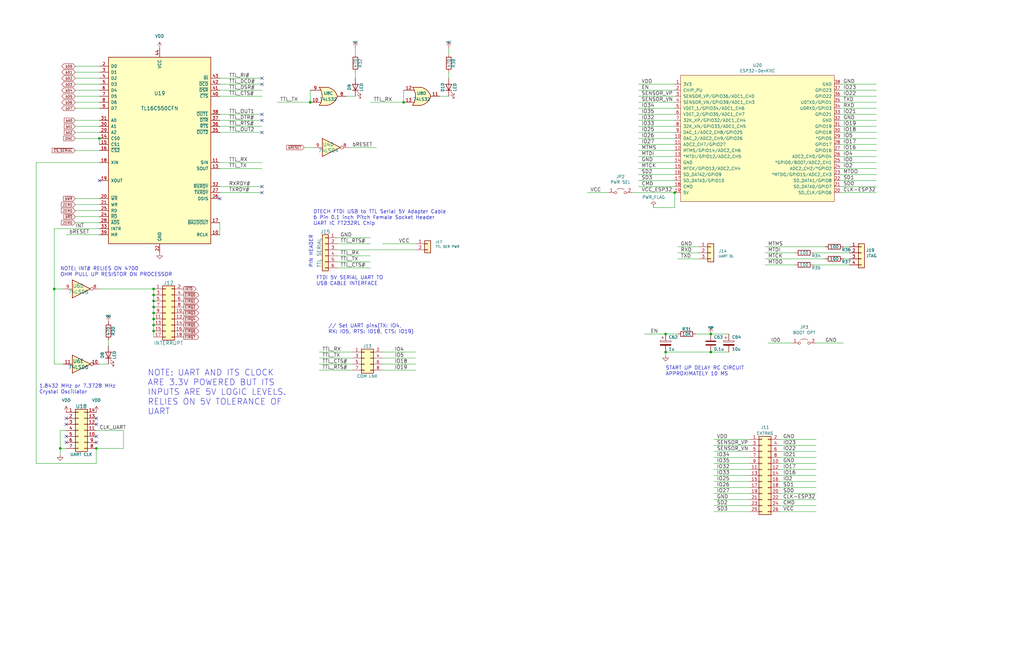
<source format=kicad_sch>
(kicad_sch (version 20211123) (generator eeschema)
  (paper "B")
  (junction (at 64.77 121.92))
  (junction (at 25.4 189.23))
  (junction (at 64.77 139.7))
  (junction (at 130.81 43.18))
  (junction (at 41.91 58.42))
  (junction (at 64.77 132.08))
  (junction (at 22.86 121.92))
  (junction (at 284.48 81.28))
  (junction (at 64.77 127))
  (junction (at 280.67 140.97))
  (junction (at 40.64 189.23))
  (junction (at 299.72 140.97))
  (junction (at 170.18 43.18))
  (junction (at 64.77 124.46))
  (junction (at 299.72 148.59))
  (junction (at 64.77 137.16))
  (junction (at 64.77 129.54))
  (junction (at 64.77 134.62))
  (junction (at 280.67 148.59))
  (no_connect (at 110.49 78.74))
  (no_connect (at 40.64 186.69))
  (no_connect (at 27.94 184.15))
  (no_connect (at 110.49 35.56))
  (no_connect (at 110.49 55.88))
  (no_connect (at 92.71 83.82))
  (no_connect (at 27.94 186.69))
  (no_connect (at 110.49 48.26))
  (no_connect (at 40.64 176.53))
  (no_connect (at 110.49 81.28))
  (no_connect (at 110.49 33.02))
  (no_connect (at 27.94 176.53))
  (no_connect (at 40.64 184.15))
  (no_connect (at 40.64 179.07))
  (no_connect (at 27.94 179.07))
  (no_connect (at 41.91 76.2))
  (no_connect (at 110.49 50.8))
  (wire (pts (xy 31.75 45.72) (xy 41.91 45.72)))
  (wire (pts (xy 300.99 187.96) (xy 316.23 187.96)))
  (wire (pts (xy 22.86 96.52) (xy 41.91 96.52)))
  (wire (pts (xy 92.71 38.1) (xy 110.49 38.1)))
  (wire (pts (xy 269.24 68.58) (xy 284.48 68.58)))
  (wire (pts (xy 354.33 45.72) (xy 369.57 45.72)))
  (wire (pts (xy 156.21 43.18) (xy 170.18 43.18)))
  (wire (pts (xy 269.24 45.72) (xy 284.48 45.72)))
  (wire (pts (xy 31.75 50.8) (xy 41.91 50.8)))
  (wire (pts (xy 269.24 60.96) (xy 284.48 60.96)))
  (wire (pts (xy 342.9 106.68) (xy 358.14 106.68)))
  (wire (pts (xy 322.58 104.14) (xy 347.98 104.14)))
  (wire (pts (xy 31.75 30.48) (xy 41.91 30.48)))
  (wire (pts (xy 25.4 191.77) (xy 25.4 189.23)))
  (wire (pts (xy 354.33 71.12) (xy 369.57 71.12)))
  (wire (pts (xy 354.33 48.26) (xy 369.57 48.26)))
  (wire (pts (xy 92.71 99.06) (xy 92.71 93.98)))
  (wire (pts (xy 269.24 35.56) (xy 284.48 35.56)))
  (wire (pts (xy 41.91 153.67) (xy 45.72 153.67)))
  (wire (pts (xy 269.24 78.74) (xy 284.48 78.74)))
  (wire (pts (xy 269.24 40.64) (xy 284.48 40.64)))
  (wire (pts (xy 284.48 81.28) (xy 284.48 87.63)))
  (wire (pts (xy 31.75 63.5) (xy 41.91 63.5)))
  (wire (pts (xy 156.21 107.95) (xy 142.24 107.95)))
  (wire (pts (xy 300.99 185.42) (xy 316.23 185.42)))
  (wire (pts (xy 64.77 142.24) (xy 64.77 139.7)))
  (wire (pts (xy 92.71 71.12) (xy 110.49 71.12)))
  (wire (pts (xy 269.24 63.5) (xy 284.48 63.5)))
  (wire (pts (xy 31.75 83.82) (xy 41.91 83.82)))
  (wire (pts (xy 40.64 181.61) (xy 52.07 181.61)))
  (wire (pts (xy 142.24 105.41) (xy 175.26 105.41)))
  (wire (pts (xy 280.67 140.97) (xy 285.75 140.97)))
  (wire (pts (xy 280.67 148.59) (xy 280.67 149.86)))
  (wire (pts (xy 271.78 140.97) (xy 280.67 140.97)))
  (wire (pts (xy 64.77 134.62) (xy 64.77 132.08)))
  (wire (pts (xy 285.75 104.14) (xy 294.64 104.14)))
  (wire (pts (xy 269.24 71.12) (xy 284.48 71.12)))
  (wire (pts (xy 134.62 156.21) (xy 148.59 156.21)))
  (wire (pts (xy 328.93 195.58) (xy 344.17 195.58)))
  (wire (pts (xy 142.24 113.03) (xy 156.21 113.03)))
  (wire (pts (xy 354.33 66.04) (xy 369.57 66.04)))
  (wire (pts (xy 300.99 190.5) (xy 316.23 190.5)))
  (wire (pts (xy 300.99 205.74) (xy 316.23 205.74)))
  (wire (pts (xy 300.99 210.82) (xy 316.23 210.82)))
  (wire (pts (xy 300.99 193.04) (xy 316.23 193.04)))
  (wire (pts (xy 354.33 53.34) (xy 369.57 53.34)))
  (wire (pts (xy 116.84 43.18) (xy 130.81 43.18)))
  (wire (pts (xy 161.29 151.13) (xy 175.26 151.13)))
  (wire (pts (xy 31.75 35.56) (xy 41.91 35.56)))
  (wire (pts (xy 40.64 195.58) (xy 40.64 189.23)))
  (wire (pts (xy 31.75 93.98) (xy 41.91 93.98)))
  (wire (pts (xy 354.33 63.5) (xy 369.57 63.5)))
  (wire (pts (xy 269.24 50.8) (xy 284.48 50.8)))
  (wire (pts (xy 354.33 68.58) (xy 369.57 68.58)))
  (wire (pts (xy 134.62 153.67) (xy 148.59 153.67)))
  (wire (pts (xy 354.33 50.8) (xy 369.57 50.8)))
  (wire (pts (xy 189.23 20.32) (xy 189.23 22.86)))
  (wire (pts (xy 22.86 96.52) (xy 22.86 121.92)))
  (wire (pts (xy 185.42 40.64) (xy 189.23 40.64)))
  (wire (pts (xy 269.24 76.2) (xy 284.48 76.2)))
  (wire (pts (xy 300.99 208.28) (xy 316.23 208.28)))
  (wire (pts (xy 22.86 121.92) (xy 26.67 121.92)))
  (wire (pts (xy 64.77 129.54) (xy 64.77 127)))
  (wire (pts (xy 300.99 198.12) (xy 316.23 198.12)))
  (wire (pts (xy 15.24 195.58) (xy 40.64 195.58)))
  (wire (pts (xy 269.24 58.42) (xy 284.48 58.42)))
  (wire (pts (xy 269.24 55.88) (xy 284.48 55.88)))
  (wire (pts (xy 161.29 153.67) (xy 175.26 153.67)))
  (wire (pts (xy 92.71 68.58) (xy 110.49 68.58)))
  (wire (pts (xy 293.37 140.97) (xy 299.72 140.97)))
  (wire (pts (xy 27.94 99.06) (xy 41.91 99.06)))
  (wire (pts (xy 323.85 144.78) (xy 334.01 144.78)))
  (wire (pts (xy 269.24 38.1) (xy 284.48 38.1)))
  (wire (pts (xy 92.71 50.8) (xy 110.49 50.8)))
  (wire (pts (xy 299.72 148.59) (xy 307.34 148.59)))
  (wire (pts (xy 161.29 148.59) (xy 175.26 148.59)))
  (wire (pts (xy 64.77 124.46) (xy 64.77 121.92)))
  (wire (pts (xy 300.99 195.58) (xy 316.23 195.58)))
  (wire (pts (xy 269.24 48.26) (xy 284.48 48.26)))
  (wire (pts (xy 130.81 38.1) (xy 130.81 43.18)))
  (wire (pts (xy 269.24 73.66) (xy 284.48 73.66)))
  (wire (pts (xy 300.99 200.66) (xy 316.23 200.66)))
  (wire (pts (xy 92.71 81.28) (xy 110.49 81.28)))
  (wire (pts (xy 300.99 215.9) (xy 316.23 215.9)))
  (wire (pts (xy 31.75 91.44) (xy 41.91 91.44)))
  (wire (pts (xy 328.93 203.2) (xy 344.17 203.2)))
  (wire (pts (xy 328.93 193.04) (xy 344.17 193.04)))
  (wire (pts (xy 354.33 60.96) (xy 369.57 60.96)))
  (wire (pts (xy 175.26 102.87) (xy 161.29 102.87)))
  (wire (pts (xy 285.75 109.22) (xy 294.64 109.22)))
  (wire (pts (xy 52.07 181.61) (xy 52.07 189.23)))
  (wire (pts (xy 149.86 30.48) (xy 149.86 33.02)))
  (wire (pts (xy 161.29 156.21) (xy 175.26 156.21)))
  (wire (pts (xy 328.93 208.28) (xy 344.17 208.28)))
  (wire (pts (xy 27.94 181.61) (xy 25.4 181.61)))
  (wire (pts (xy 269.24 43.18) (xy 284.48 43.18)))
  (wire (pts (xy 31.75 53.34) (xy 41.91 53.34)))
  (wire (pts (xy 328.93 187.96) (xy 344.17 187.96)))
  (wire (pts (xy 40.64 189.23) (xy 52.07 189.23)))
  (wire (pts (xy 92.71 33.02) (xy 110.49 33.02)))
  (wire (pts (xy 92.71 35.56) (xy 110.49 35.56)))
  (wire (pts (xy 92.71 40.64) (xy 110.49 40.64)))
  (wire (pts (xy 41.91 121.92) (xy 64.77 121.92)))
  (wire (pts (xy 31.75 88.9) (xy 41.91 88.9)))
  (wire (pts (xy 328.93 205.74) (xy 344.17 205.74)))
  (wire (pts (xy 170.18 43.18) (xy 170.18 38.1)))
  (wire (pts (xy 328.93 210.82) (xy 344.17 210.82)))
  (wire (pts (xy 280.67 148.59) (xy 299.72 148.59)))
  (wire (pts (xy 134.62 151.13) (xy 148.59 151.13)))
  (wire (pts (xy 92.71 53.34) (xy 110.49 53.34)))
  (wire (pts (xy 22.86 153.67) (xy 26.67 153.67)))
  (wire (pts (xy 31.75 27.94) (xy 41.91 27.94)))
  (wire (pts (xy 269.24 53.34) (xy 284.48 53.34)))
  (wire (pts (xy 156.21 102.87) (xy 142.24 102.87)))
  (wire (pts (xy 266.7 81.28) (xy 284.48 81.28)))
  (wire (pts (xy 354.33 81.28) (xy 369.57 81.28)))
  (wire (pts (xy 64.77 137.16) (xy 64.77 134.62)))
  (wire (pts (xy 64.77 139.7) (xy 64.77 137.16)))
  (wire (pts (xy 354.33 78.74) (xy 369.57 78.74)))
  (wire (pts (xy 322.58 106.68) (xy 335.28 106.68)))
  (wire (pts (xy 156.21 110.49) (xy 142.24 110.49)))
  (wire (pts (xy 15.24 68.58) (xy 15.24 195.58)))
  (wire (pts (xy 342.9 111.76) (xy 358.14 111.76)))
  (wire (pts (xy 128.27 62.23) (xy 132.08 62.23)))
  (wire (pts (xy 284.48 87.63) (xy 275.59 87.63)))
  (wire (pts (xy 307.34 140.97) (xy 299.72 140.97)))
  (wire (pts (xy 269.24 66.04) (xy 284.48 66.04)))
  (wire (pts (xy 354.33 43.18) (xy 369.57 43.18)))
  (wire (pts (xy 147.32 62.23) (xy 158.75 62.23)))
  (wire (pts (xy 354.33 73.66) (xy 369.57 73.66)))
  (wire (pts (xy 25.4 181.61) (xy 25.4 189.23)))
  (wire (pts (xy 354.33 35.56) (xy 369.57 35.56)))
  (wire (pts (xy 92.71 48.26) (xy 110.49 48.26)))
  (wire (pts (xy 322.58 111.76) (xy 335.28 111.76)))
  (wire (pts (xy 41.91 60.96) (xy 41.91 58.42)))
  (wire (pts (xy 189.23 30.48) (xy 189.23 33.02)))
  (wire (pts (xy 64.77 132.08) (xy 64.77 129.54)))
  (wire (pts (xy 355.6 104.14) (xy 358.14 104.14)))
  (wire (pts (xy 322.58 109.22) (xy 347.98 109.22)))
  (wire (pts (xy 328.93 198.12) (xy 344.17 198.12)))
  (wire (pts (xy 156.21 100.33) (xy 142.24 100.33)))
  (wire (pts (xy 45.72 143.51) (xy 45.72 146.05)))
  (wire (pts (xy 31.75 43.18) (xy 41.91 43.18)))
  (wire (pts (xy 285.75 106.68) (xy 294.64 106.68)))
  (wire (pts (xy 354.33 76.2) (xy 369.57 76.2)))
  (wire (pts (xy 328.93 200.66) (xy 344.17 200.66)))
  (wire (pts (xy 328.93 213.36) (xy 344.17 213.36)))
  (wire (pts (xy 31.75 40.64) (xy 41.91 40.64)))
  (wire (pts (xy 31.75 58.42) (xy 41.91 58.42)))
  (wire (pts (xy 92.71 78.74) (xy 110.49 78.74)))
  (wire (pts (xy 22.86 121.92) (xy 22.86 153.67)))
  (wire (pts (xy 300.99 213.36) (xy 316.23 213.36)))
  (wire (pts (xy 354.33 40.64) (xy 369.57 40.64)))
  (wire (pts (xy 328.93 215.9) (xy 344.17 215.9)))
  (wire (pts (xy 64.77 127) (xy 64.77 124.46)))
  (wire (pts (xy 354.33 58.42) (xy 369.57 58.42)))
  (wire (pts (xy 31.75 55.88) (xy 41.91 55.88)))
  (wire (pts (xy 328.93 185.42) (xy 344.17 185.42)))
  (wire (pts (xy 354.33 38.1) (xy 369.57 38.1)))
  (wire (pts (xy 344.17 144.78) (xy 355.6 144.78)))
  (wire (pts (xy 134.62 148.59) (xy 148.59 148.59)))
  (wire (pts (xy 300.99 203.2) (xy 316.23 203.2)))
  (wire (pts (xy 25.4 189.23) (xy 27.94 189.23)))
  (wire (pts (xy 41.91 68.58) (xy 15.24 68.58)))
  (wire (pts (xy 149.86 20.32) (xy 149.86 22.86)))
  (wire (pts (xy 247.65 81.28) (xy 256.54 81.28)))
  (wire (pts (xy 92.71 55.88) (xy 110.49 55.88)))
  (wire (pts (xy 355.6 109.22) (xy 358.14 109.22)))
  (wire (pts (xy 31.75 38.1) (xy 41.91 38.1)))
  (wire (pts (xy 31.75 86.36) (xy 41.91 86.36)))
  (wire (pts (xy 146.05 40.64) (xy 149.86 40.64)))
  (wire (pts (xy 31.75 33.02) (xy 41.91 33.02)))
  (wire (pts (xy 354.33 55.88) (xy 369.57 55.88)))
  (wire (pts (xy 328.93 190.5) (xy 344.17 190.5)))
  (text "1.8432 MHz or 7.3728 MHz\nCrystal Oscillator" (at 16.51 166.37 0) (effects (font (size 1.524 1.524)) (justify left bottom)))
  (text "START UP DELAY RC CIRCUIT\nAPPROXIMATELY 10 MS" (at 280.67 158.75 0) (effects (font (size 1.524 1.524)) (justify left bottom)))
  (text "FTDI 5V SERIAL UART TO\nUSB CABLE INTERFACE" (at 133.35 120.65 0) (effects (font (size 1.524 1.524)) (justify left bottom)))
  (text "// Set UART pins(TX: IO4, \nRX: IO5, RTS: IO18, CTS: IO19)" (at 138.43 140.97 0) (effects (font (size 1.524 1.524)) (justify left bottom)))
  (text "NOTE: INT# RELIES ON 4700 \nOHM PULL UP RESISTOR ON PROCESSOR" (at 25.4 116.84 0) (effects (font (size 1.524 1.524)) (justify left bottom)))
  (text "DTECH FTDI USB to TTL Serial 5V Adapter Cable \n6 Pin 0.1 inch Pitch Female Socket Header \nUART IC FT232RL Chip" (at 132.08 95.25 0) (effects (font (size 1.524 1.524)) (justify left bottom)))
  (text "PIN HEADER" (at 132.08 113.03 90) (effects (font (size 1.524 1.524)) (justify left bottom)))
  (text "NOTE: UART AND ITS CLOCK\nARE 3.3V POWERED BUT ITS\nINPUTS ARE 5V LOGIC LEVELS.\nRELIES ON 5V TOLERANCE OF\nUART\n" (at 62.23 175.26 0) (effects (font (size 2.54 2.54)) (justify left bottom)))
  (label "IO4" (at 355.6 66.04 0) (effects (font (size 1.524 1.524))))
  (label "IO27" (at 270.51 60.96 0) (effects (font (size 1.524 1.524))))
  (label "VCC" (at 172.72 102.87 180) (effects (font (size 1.524 1.524))))
  (label "SD3" (at 302.26 215.9 0) (effects (font (size 1.524 1.524))))
  (label "TTL_TX" (at 96.52 71.12 0) (effects (font (size 1.524 1.524))))
  (label "MTDO" (at 355.6 73.66 0) (effects (font (size 1.524 1.524))))
  (label "TXD" (at 287.02 109.22 0) (effects (font (size 1.524 1.524))))
  (label "IO27" (at 302.26 208.28 0) (effects (font (size 1.524 1.524))))
  (label "TXRDY#" (at 96.52 81.28 0) (effects (font (size 1.524 1.524))))
  (label "INT" (at 31.75 96.52 0) (effects (font (size 1.524 1.524))))
  (label "IO35" (at 302.26 195.58 0) (effects (font (size 1.524 1.524))))
  (label "IO34" (at 302.26 193.04 0) (effects (font (size 1.524 1.524))))
  (label "CLK-ESP32" (at 330.2 210.82 0) (effects (font (size 1.524 1.524))))
  (label "EN" (at 270.51 38.1 0) (effects (font (size 1.524 1.524))))
  (label "TTL_TX" (at 135.89 151.13 0) (effects (font (size 1.524 1.524))))
  (label "SD3" (at 270.51 76.2 0) (effects (font (size 1.524 1.524))))
  (label "TTL_RTS#" (at 96.52 53.34 0) (effects (font (size 1.524 1.524))))
  (label "IO16" (at 330.2 200.66 0) (effects (font (size 1.524 1.524))))
  (label "IO22" (at 355.6 40.64 0) (effects (font (size 1.524 1.524))))
  (label "IO16" (at 355.6 63.5 0) (effects (font (size 1.524 1.524))))
  (label "CMD" (at 330.2 213.36 0) (effects (font (size 1.524 1.524))))
  (label "GND" (at 330.2 185.42 0) (effects (font (size 1.524 1.524))))
  (label "IO34" (at 270.51 45.72 0) (effects (font (size 1.524 1.524))))
  (label "TTL_DTR#" (at 96.52 50.8 0) (effects (font (size 1.524 1.524))))
  (label "TTL_RX" (at 135.89 148.59 0) (effects (font (size 1.524 1.524))))
  (label "IO4" (at 166.37 148.59 0) (effects (font (size 1.524 1.524))))
  (label "GND" (at 330.2 195.58 0) (effects (font (size 1.524 1.524))))
  (label "CLK_UART" (at 41.91 181.61 0) (effects (font (size 1.524 1.524))))
  (label "IO23" (at 330.2 187.96 0) (effects (font (size 1.524 1.524))))
  (label "SENSOR_VN" (at 302.26 190.5 0) (effects (font (size 1.524 1.524))))
  (label "VCC_ESP32" (at 270.51 81.28 0) (effects (font (size 1.524 1.524))))
  (label "CLK-ESP32" (at 355.6 81.28 0) (effects (font (size 1.524 1.524))))
  (label "SD1" (at 355.6 76.2 0) (effects (font (size 1.524 1.524))))
  (label "GND" (at 143.51 100.33 0) (effects (font (size 1.524 1.524))))
  (label "CMD" (at 270.51 78.74 0) (effects (font (size 1.524 1.524))))
  (label "IO2" (at 355.6 71.12 0) (effects (font (size 1.524 1.524))))
  (label "TTL_RTS#" (at 135.89 156.21 0) (effects (font (size 1.524 1.524))))
  (label "GND" (at 355.6 50.8 0) (effects (font (size 1.524 1.524))))
  (label "MTCK" (at 323.85 109.22 0) (effects (font (size 1.524 1.524))))
  (label "TTL_RX" (at 143.51 107.95 0) (effects (font (size 1.524 1.524))))
  (label "TTL_TX" (at 118.11 43.18 0) (effects (font (size 1.524 1.524))))
  (label "GND" (at 287.02 104.14 0) (effects (font (size 1.524 1.524))))
  (label "IO35" (at 270.51 48.26 0) (effects (font (size 1.524 1.524))))
  (label "TTL_DSR#" (at 96.52 38.1 0) (effects (font (size 1.524 1.524))))
  (label "TXD" (at 355.6 43.18 0) (effects (font (size 1.524 1.524))))
  (label "SD2" (at 270.51 73.66 0) (effects (font (size 1.524 1.524))))
  (label "VCC" (at 248.92 81.28 0) (effects (font (size 1.524 1.524))))
  (label "MTDI" (at 270.51 66.04 0) (effects (font (size 1.524 1.524))))
  (label "IO0" (at 355.6 68.58 0) (effects (font (size 1.524 1.524))))
  (label "SENSOR_VP" (at 270.51 40.64 0) (effects (font (size 1.524 1.524))))
  (label "TTL_OUT2" (at 96.52 55.88 0) (effects (font (size 1.524 1.524))))
  (label "EN" (at 274.32 140.97 0) (effects (font (size 1.524 1.524))))
  (label "TTL_RX" (at 96.52 68.58 0) (effects (font (size 1.524 1.524))))
  (label "TTL_TX" (at 143.51 110.49 0) (effects (font (size 1.524 1.524))))
  (label "MTCK" (at 270.51 71.12 0) (effects (font (size 1.524 1.524))))
  (label "IO26" (at 302.26 205.74 0) (effects (font (size 1.524 1.524))))
  (label "TTL_OUT1" (at 96.52 48.26 0) (effects (font (size 1.524 1.524))))
  (label "RXD" (at 287.02 106.68 0) (effects (font (size 1.524 1.524))))
  (label "bRESET" (at 29.21 99.06 0) (effects (font (size 1.524 1.524))))
  (label "IO32" (at 270.51 50.8 0) (effects (font (size 1.524 1.524))))
  (label "TTL_CTS#" (at 135.89 153.67 0) (effects (font (size 1.524 1.524))))
  (label "IO2" (at 330.2 203.2 0) (effects (font (size 1.524 1.524))))
  (label "IO33" (at 270.51 53.34 0) (effects (font (size 1.524 1.524))))
  (label "IO18" (at 355.6 55.88 0) (effects (font (size 1.524 1.524))))
  (label "TTL_CTS#" (at 96.52 40.64 0) (effects (font (size 1.524 1.524))))
  (label "IO21" (at 330.2 193.04 0) (effects (font (size 1.524 1.524))))
  (label "SENSOR_VN" (at 270.51 43.18 0) (effects (font (size 1.524 1.524))))
  (label "TTL_DCD#" (at 96.52 35.56 0) (effects (font (size 1.524 1.524))))
  (label "SD0" (at 330.2 208.28 0) (effects (font (size 1.524 1.524))))
  (label "TTL_RX" (at 157.48 43.18 0) (effects (font (size 1.524 1.524))))
  (label "MTDI" (at 323.85 106.68 0) (effects (font (size 1.524 1.524))))
  (label "TTL_CTS#" (at 143.51 113.03 0) (effects (font (size 1.524 1.524))))
  (label "SD1" (at 330.2 205.74 0) (effects (font (size 1.524 1.524))))
  (label "bRESET" (at 148.59 62.23 0) (effects (font (size 1.524 1.524))))
  (label "TTL_RTS#" (at 143.51 102.87 0) (effects (font (size 1.524 1.524))))
  (label "RXD" (at 355.6 45.72 0) (effects (font (size 1.524 1.524))))
  (label "VCC" (at 330.2 215.9 0) (effects (font (size 1.524 1.524))))
  (label "MTMS" (at 270.51 63.5 0) (effects (font (size 1.524 1.524))))
  (label "IO5" (at 355.6 58.42 0) (effects (font (size 1.524 1.524))))
  (label "GND" (at 270.51 68.58 0) (effects (font (size 1.524 1.524))))
  (label "GND" (at 347.98 144.78 0) (effects (font (size 1.524 1.524))))
  (label "IO18" (at 166.37 153.67 0) (effects (font (size 1.524 1.524))))
  (label "SD0" (at 355.6 78.74 0) (effects (font (size 1.524 1.524))))
  (label "VDD" (at 302.26 185.42 0) (effects (font (size 1.524 1.524))))
  (label "TTL_RI#" (at 96.52 33.02 0) (effects (font (size 1.524 1.524))))
  (label "IO25" (at 270.51 55.88 0) (effects (font (size 1.524 1.524))))
  (label "IO21" (at 355.6 48.26 0) (effects (font (size 1.524 1.524))))
  (label "IO32" (at 302.26 198.12 0) (effects (font (size 1.524 1.524))))
  (label "MTMS" (at 323.85 104.14 0) (effects (font (size 1.524 1.524))))
  (label "RXRDY#" (at 96.52 78.74 0) (effects (font (size 1.524 1.524))))
  (label "IO19" (at 355.6 53.34 0) (effects (font (size 1.524 1.524))))
  (label "SENSOR_VP" (at 302.26 187.96 0) (effects (font (size 1.524 1.524))))
  (label "GND" (at 302.26 210.82 0) (effects (font (size 1.524 1.524))))
  (label "IO26" (at 270.51 58.42 0) (effects (font (size 1.524 1.524))))
  (label "MTDO" (at 323.85 111.76 0) (effects (font (size 1.524 1.524))))
  (label "GND" (at 355.6 35.56 0) (effects (font (size 1.524 1.524))))
  (label "IO19" (at 166.37 156.21 0) (effects (font (size 1.524 1.524))))
  (label "VDD" (at 270.51 35.56 0) (effects (font (size 1.524 1.524))))
  (label "IO33" (at 302.26 200.66 0) (effects (font (size 1.524 1.524))))
  (label "IO25" (at 302.26 203.2 0) (effects (font (size 1.524 1.524))))
  (label "SD2" (at 302.26 213.36 0) (effects (font (size 1.524 1.524))))
  (label "IO0" (at 325.12 144.78 0) (effects (font (size 1.524 1.524))))
  (label "IO17" (at 330.2 198.12 0) (effects (font (size 1.524 1.524))))
  (label "IO23" (at 355.6 38.1 0) (effects (font (size 1.524 1.524))))
  (label "IO5" (at 166.37 151.13 0) (effects (font (size 1.524 1.524))))
  (label "IO22" (at 330.2 190.5 0) (effects (font (size 1.524 1.524))))
  (label "IO17" (at 355.6 60.96 0) (effects (font (size 1.524 1.524))))
  (global_label "~{CS_SERIAL}" (shape input) (at 31.75 63.5 180) (effects (font (size 1.016 1.016))) (property "Intersheet References" "${INTERSHEET_REFS}" (effects hide)))
  (global_label "~{EIRQ7}" (shape output) (at 77.47 142.24 0) (effects (font (size 1.016 1.016))) (property "Intersheet References" "${INTERSHEET_REFS}" (effects hide)))
  (global_label "~{EIRQ5}" (shape output) (at 77.47 137.16 0) (effects (font (size 1.016 1.016))) (property "Intersheet References" "${INTERSHEET_REFS}" (effects hide)))
  (global_label "~{EIRQ0}" (shape output) (at 77.47 124.46 0) (effects (font (size 1.016 1.016))) (property "Intersheet References" "${INTERSHEET_REFS}" (effects hide)))
  (global_label "~{EIRQ1}" (shape output) (at 77.47 127 0) (effects (font (size 1.016 1.016))) (property "Intersheet References" "${INTERSHEET_REFS}" (effects hide)))
  (global_label "bD1" (shape bidirectional) (at 31.75 30.48 180) (effects (font (size 1.016 1.016))) (property "Intersheet References" "${INTERSHEET_REFS}" (effects hide)))
  (global_label "ZERO" (shape input) (at 31.75 86.36 180) (effects (font (size 1.016 1.016))) (property "Intersheet References" "${INTERSHEET_REFS}" (effects hide)))
  (global_label "bD6" (shape bidirectional) (at 31.75 43.18 180) (effects (font (size 1.016 1.016))) (property "Intersheet References" "${INTERSHEET_REFS}" (effects hide)))
  (global_label "bD5" (shape bidirectional) (at 31.75 40.64 180) (effects (font (size 1.016 1.016))) (property "Intersheet References" "${INTERSHEET_REFS}" (effects hide)))
  (global_label "~{EIRQ4}" (shape output) (at 77.47 134.62 0) (effects (font (size 1.016 1.016))) (property "Intersheet References" "${INTERSHEET_REFS}" (effects hide)))
  (global_label "ZERO" (shape input) (at 31.75 88.9 180) (effects (font (size 1.016 1.016))) (property "Intersheet References" "${INTERSHEET_REFS}" (effects hide)))
  (global_label "bA1" (shape input) (at 31.75 53.34 180) (effects (font (size 1.016 1.016))) (property "Intersheet References" "${INTERSHEET_REFS}" (effects hide)))
  (global_label "bD3" (shape bidirectional) (at 31.75 35.56 180) (effects (font (size 1.016 1.016))) (property "Intersheet References" "${INTERSHEET_REFS}" (effects hide)))
  (global_label "~{EIRQ3}" (shape output) (at 77.47 132.08 0) (effects (font (size 1.016 1.016))) (property "Intersheet References" "${INTERSHEET_REFS}" (effects hide)))
  (global_label "~{bRD}" (shape input) (at 31.75 91.44 180) (effects (font (size 1.016 1.016))) (property "Intersheet References" "${INTERSHEET_REFS}" (effects hide)))
  (global_label "~{INT0}" (shape output) (at 77.47 121.92 0) (effects (font (size 1.016 1.016))) (property "Intersheet References" "${INTERSHEET_REFS}" (effects hide)))
  (global_label "bD7" (shape bidirectional) (at 31.75 45.72 180) (effects (font (size 1.016 1.016))) (property "Intersheet References" "${INTERSHEET_REFS}" (effects hide)))
  (global_label "bA2" (shape input) (at 31.75 55.88 180) (effects (font (size 1.016 1.016))) (property "Intersheet References" "${INTERSHEET_REFS}" (effects hide)))
  (global_label "bD2" (shape bidirectional) (at 31.75 33.02 180) (effects (font (size 1.016 1.016))) (property "Intersheet References" "${INTERSHEET_REFS}" (effects hide)))
  (global_label "~{EIRQ6}" (shape output) (at 77.47 139.7 0) (effects (font (size 1.016 1.016))) (property "Intersheet References" "${INTERSHEET_REFS}" (effects hide)))
  (global_label "~{EIRQ2}" (shape output) (at 77.47 129.54 0) (effects (font (size 1.016 1.016))) (property "Intersheet References" "${INTERSHEET_REFS}" (effects hide)))
  (global_label "bD4" (shape bidirectional) (at 31.75 38.1 180) (effects (font (size 1.016 1.016))) (property "Intersheet References" "${INTERSHEET_REFS}" (effects hide)))
  (global_label "ZERO" (shape input) (at 31.75 93.98 180) (effects (font (size 1.016 1.016))) (property "Intersheet References" "${INTERSHEET_REFS}" (effects hide)))
  (global_label "ONE" (shape input) (at 31.75 58.42 180) (effects (font (size 1.016 1.016))) (property "Intersheet References" "${INTERSHEET_REFS}" (effects hide)))
  (global_label "bA0" (shape input) (at 31.75 50.8 180) (effects (font (size 1.016 1.016))) (property "Intersheet References" "${INTERSHEET_REFS}" (effects hide)))
  (global_label "bD0" (shape bidirectional) (at 31.75 27.94 180) (effects (font (size 1.016 1.016))) (property "Intersheet References" "${INTERSHEET_REFS}" (effects hide)))
  (global_label "~{bRESET}" (shape input) (at 128.27 62.23 180) (effects (font (size 1.016 1.016))) (property "Intersheet References" "${INTERSHEET_REFS}" (effects hide)))
  (global_label "~{bWR}" (shape input) (at 31.75 83.82 180) (effects (font (size 1.016 1.016))) (property "Intersheet References" "${INTERSHEET_REFS}" (effects hide)))
  (symbol (lib_id "power:GND") (at 25.4 191.77 0) (unit 1)
    (property "Reference" "#PWR049" (effects hide))
    (property "Value" "GND-00JRCsch-Z80SERIAL3-rescue" (effects hide))
  )
  (symbol (lib_id "Device:LED") (at 45.72 149.86 90) (unit 1)
    (property "Reference" "D8" (at 43.18 149.86 0))
    (property "Value" "LED" (at 48.26 149.86 0))
    (property "Footprint" "LED_THT:LED_D3.0mm_Horizontal_O3.81mm_Z2.0mm" (effects hide))
  )
  (symbol (lib_id "power:VCC") (at 45.72 135.89 0) (unit 1)
    (property "Reference" "#PWR052" (effects hide))
    (property "Value" "VCC" (at 45.72 133.35 0) (effects (font (size 0.762 0.762))))
  )
  (symbol (lib_id "Connector_Generic:Conn_01x02") (at 180.34 102.87 0) (unit 1)
    (property "Reference" "J17" (at 183.5912 102.1588 0) (effects (font (size 1.016 1.016)) (justify left)))
    (property "Value" "TTL SER PWR" (at 183.5912 104.0892 0) (effects (font (size 1.016 1.016)) (justify left)))
    (property "Footprint" "Connector_PinHeader_2.54mm:PinHeader_1x02_P2.54mm_Vertical" (effects hide))
  )
  (symbol (lib_id "74xx:74LS32") (at 138.43 40.64 0) (unit 3)
    (property "Reference" "U8" (at 138.43 39.37 0))
    (property "Value" "74LS32" (at 138.43 41.91 0))
    (property "Footprint" "Package_DIP:DIP-14_W7.62mm" (effects hide))
  )
  (symbol (lib_id "power:VCC") (at 189.23 20.32 0) (unit 1)
    (property "Reference" "#PWR061" (effects hide))
    (property "Value" "VCC" (at 189.23 17.78 0) (effects (font (size 0.762 0.762))))
  )
  (symbol (lib_id "power:VCC") (at 149.86 20.32 0) (unit 1)
    (property "Reference" "#PWR057" (effects hide))
    (property "Value" "VCC" (at 149.86 17.78 0) (effects (font (size 0.762 0.762))))
  )
  (symbol (lib_id "Connector_Generic:Conn_01x06") (at 137.16 105.41 0) (mirror y) (unit 1)
    (property "Reference" "J15" (at 137.16 97.79 0) (effects (font (size 1.524 1.524))))
    (property "Value" "TTL SERIAL" (at 134.62 106.68 90) (effects (font (size 1.524 1.524))))
    (property "Footprint" "Connector_PinHeader_2.54mm:PinHeader_1x06_P2.54mm_Horizontal" (effects hide))
  )
  (symbol (lib_id "Connector_Generic:Conn_02x04_Odd_Even") (at 153.67 151.13 0) (unit 1)
    (property "Reference" "J13" (at 154.94 146.05 0))
    (property "Value" "COM LNK" (at 154.94 158.75 0))
    (property "Footprint" "Connector_PinHeader_2.54mm:PinHeader_2x04_P2.54mm_Vertical" (effects hide))
  )
  (symbol (lib_id "Connector_Generic:Conn_02x07_Counter_Clockwise") (at 33.02 181.61 0) (unit 1)
    (property "Reference" "U18" (at 34.29 171.45 0) (effects (font (size 1.524 1.524))))
    (property "Value" "UART CLK" (at 34.29 191.77 0))
    (property "Footprint" "Package_DIP:DIP-14_W7.62mm" (effects hide))
  )
  (symbol (lib_id "74xx:74LS32") (at 177.8 40.64 0) (unit 4)
    (property "Reference" "U8" (at 177.8 39.37 0))
    (property "Value" "74LS32" (at 177.8 41.91 0))
    (property "Footprint" "Package_DIP:DIP-14_W7.62mm" (effects hide))
  )
  (symbol (lib_id "Device:LED") (at 189.23 36.83 90) (unit 1)
    (property "Reference" "D10" (at 186.69 36.83 0))
    (property "Value" "LED" (at 191.77 36.83 0))
    (property "Footprint" "LED_THT:LED_D3.0mm_Horizontal_O3.81mm_Z2.0mm" (effects hide))
  )
  (symbol (lib_id "Device:R") (at 189.23 26.67 0) (unit 1)
    (property "Reference" "R38" (at 191.262 26.67 90))
    (property "Value" "470" (at 189.23 26.67 90))
    (property "Footprint" "Resistor_THT:R_Axial_DIN0207_L6.3mm_D2.5mm_P7.62mm_Horizontal" (effects hide))
  )
  (symbol (lib_id "Device:LED") (at 149.86 36.83 90) (unit 1)
    (property "Reference" "D9" (at 147.32 36.83 0))
    (property "Value" "LED" (at 152.4 36.83 0))
    (property "Footprint" "LED_THT:LED_D3.0mm_Horizontal_O3.81mm_Z2.0mm" (effects hide))
  )
  (symbol (lib_id "Device:R") (at 149.86 26.67 0) (unit 1)
    (property "Reference" "R32" (at 151.892 26.67 90))
    (property "Value" "470" (at 149.86 26.67 90))
    (property "Footprint" "Resistor_THT:R_Axial_DIN0207_L6.3mm_D2.5mm_P7.62mm_Horizontal" (effects hide))
  )
  (symbol (lib_id "power:GND") (at 67.31 106.68 0) (unit 1)
    (property "Reference" "#PWR054" (effects hide))
    (property "Value" "GND" (effects hide))
  )
  (symbol (lib_id "TL16C550CFN:TL16C550CFN-Interface_UART") (at 67.31 63.5 0) (unit 1)
    (property "Reference" "U19" (at 67.31 39.37 0) (effects (font (size 1.524 1.524))))
    (property "Value" "TL16C550CFN" (at 67.31 45.72 0) (effects (font (size 1.524 1.524))))
    (property "Footprint" "Package_LCC:PLCC-44_THT-Socket" (effects hide))
  )
  (symbol (lib_id "Device:R") (at 45.72 139.7 0) (unit 1)
    (property "Reference" "R30" (at 47.752 139.7 90))
    (property "Value" "470" (at 45.72 139.7 90))
    (property "Footprint" "Resistor_THT:R_Axial_DIN0207_L6.3mm_D2.5mm_P7.62mm_Horizontal" (effects hide))
  )
  (symbol (lib_id "Espressif:ESP32-DevKitC") (at 317.5 57.15 0) (unit 1)
    (property "Reference" "U20" (at 319.405 27.559 0))
    (property "Value" "ESP32-DevKitC" (at 319.405 29.8704 0))
    (property "Footprint" "Espressif:ESP32-DevKitC" (effects hide))
    (property "Datasheet" "https://docs.espressif.com/projects/esp-idf/zh_CN/latest/esp32/hw-reference/esp32/get-started-devkitc.html" (effects hide))
  )
  (symbol (lib_id "power:VDD") (at 299.72 140.97 0) (unit 1)
    (property "Reference" "#PWR056" (effects hide))
    (property "Value" "VDD" (at 299.72 138.176 0) (effects (font (size 0.762 0.762))))
  )
  (symbol (lib_id "Device:R") (at 289.56 140.97 90) (unit 1)
    (property "Reference" "R31" (at 289.56 138.938 90))
    (property "Value" "10K" (at 289.56 140.97 90))
    (property "Footprint" "Resistor_THT:R_Axial_DIN0207_L6.3mm_D2.5mm_P7.62mm_Horizontal" (effects hide))
  )
  (symbol (lib_id "power:GND") (at 280.67 149.86 0) (unit 1)
    (property "Reference" "#PWR055" (effects hide))
    (property "Value" "GND-power-Z80KBDMSE2-rescue" (effects hide))
  )
  (symbol (lib_id "Connector_Generic:Conn_01x03") (at 299.72 106.68 0) (unit 1)
    (property "Reference" "J14" (at 302.9712 105.9688 0) (effects (justify left)))
    (property "Value" "UART DL" (at 302.9712 108.1024 0) (effects (font (size 1.016 1.016)) (justify left)))
    (property "Footprint" "Connector_PinHeader_2.54mm:PinHeader_1x03_P2.54mm_Vertical" (effects hide))
  )
  (symbol (lib_id "Jumper:Jumper_2_Open") (at 339.09 144.78 0) (unit 1)
    (property "Reference" "JP3" (at 339.09 138.0744 0))
    (property "Value" "BOOT OPT" (at 339.09 140.3858 0))
    (property "Footprint" "Connector_PinHeader_2.54mm:PinHeader_1x02_P2.54mm_Vertical" (effects hide))
  )
  (symbol (lib_id "Connector_Generic:Conn_01x04") (at 363.22 106.68 0) (unit 1)
    (property "Reference" "J19" (at 365.2012 105.6386 0) (effects (justify left)))
    (property "Value" "JTAG" (at 365.2012 107.95 0) (effects (justify left)))
    (property "Footprint" "Connector_PinHeader_2.54mm:PinHeader_1x04_P2.54mm_Vertical" (effects hide))
  )
  (symbol (lib_id "Device:R") (at 351.79 104.14 90) (unit 1)
    (property "Reference" "R36" (at 356.87 105.41 90))
    (property "Value" "100" (at 351.79 104.14 90))
    (property "Footprint" "Resistor_THT:R_Axial_DIN0207_L6.3mm_D2.5mm_P7.62mm_Horizontal" (effects hide))
  )
  (symbol (lib_id "Device:R") (at 339.09 106.68 90) (unit 1)
    (property "Reference" "R34" (at 344.17 107.95 90))
    (property "Value" "100" (at 339.09 106.68 90))
    (property "Footprint" "Resistor_THT:R_Axial_DIN0207_L6.3mm_D2.5mm_P7.62mm_Horizontal" (effects hide))
  )
  (symbol (lib_id "Device:R") (at 351.79 109.22 90) (unit 1)
    (property "Reference" "R37" (at 356.87 110.49 90))
    (property "Value" "100" (at 351.79 109.22 90))
    (property "Footprint" "Resistor_THT:R_Axial_DIN0207_L6.3mm_D2.5mm_P7.62mm_Horizontal" (effects hide))
  )
  (symbol (lib_id "Device:R") (at 339.09 111.76 90) (unit 1)
    (property "Reference" "R35" (at 344.17 113.03 90))
    (property "Value" "100" (at 339.09 111.76 90))
    (property "Footprint" "Resistor_THT:R_Axial_DIN0207_L6.3mm_D2.5mm_P7.62mm_Horizontal" (effects hide))
  )
  (symbol (lib_id "Connector_Generic:Conn_02x13_Odd_Even") (at 321.31 200.66 0) (unit 1)
    (property "Reference" "J11" (at 322.58 180.34 0))
    (property "Value" "EXTRAS" (at 322.58 182.88 0))
    (property "Footprint" "Connector_PinHeader_2.54mm:PinHeader_2x13_P2.54mm_Vertical" (effects hide))
  )
  (symbol (lib_id "Jumper:Jumper_2_Open") (at 261.62 81.28 0) (unit 1)
    (property "Reference" "JP2" (at 261.62 74.5744 0))
    (property "Value" "PWR SEL" (at 261.62 76.8858 0))
    (property "Footprint" "Connector_PinHeader_2.54mm:PinHeader_1x02_P2.54mm_Vertical" (effects hide))
  )
  (symbol (lib_id "power:PWR_FLAG") (at 275.59 87.63 0) (unit 1)
    (property "Reference" "#FLG07" (effects hide))
    (property "Value" "PWR_FLAG" (at 275.59 83.2358 0))
  )
  (symbol (lib_id "Device:C_Polarized") (at 280.67 144.78 0) (unit 1)
    (property "Reference" "C62" (at 281.94 142.24 0) (effects (justify left)))
    (property "Value" "1u" (at 281.94 147.32 0) (effects (justify left)))
    (property "Footprint" "Capacitor_THT:CP_Radial_D5.0mm_P2.50mm" (effects hide))
  )
  (symbol (lib_id "74xx:74LS06") (at 34.29 153.67 0) (unit 5)
    (property "Reference" "U6" (at 33.02 152.4 0) (effects (font (size 1.524 1.524))))
    (property "Value" "74LS06" (at 33.02 154.94 0) (effects (font (size 1.524 1.524))))
    (property "Footprint" "Package_DIP:DIP-14_W7.62mm" (effects hide))
    (property "Datasheet" "http://www.ti.com/lit/gpn/sn74LS06" (effects hide))
  )
  (symbol (lib_id "power:VDD") (at 40.64 173.99 0) (unit 1)
    (property "Reference" "#PWR0103" (effects hide))
    (property "Value" "VDD" (at 40.64 168.91 0))
  )
  (symbol (lib_id "74xx:74LS04") (at 139.7 62.23 0) (unit 4)
    (property "Reference" "U4" (at 138.43 60.96 0) (effects (font (size 1.524 1.524))))
    (property "Value" "74LS04" (at 138.43 63.5 0) (effects (font (size 1.524 1.524))))
    (property "Footprint" "Package_DIP:DIP-14_W7.62mm" (effects hide))
    (property "Datasheet" "http://www.ti.com/lit/gpn/sn74LS04" (effects hide))
  )
  (symbol (lib_id "power:VDD") (at 27.94 173.99 0) (unit 1)
    (property "Reference" "#PWR0102" (effects hide))
    (property "Value" "VDD" (at 27.94 168.91 0))
  )
  (symbol (lib_id "Device:C_Polarized") (at 307.34 144.78 0) (unit 1)
    (property "Reference" "C64" (at 308.61 142.24 0) (effects (justify left)))
    (property "Value" "10u" (at 308.61 147.32 0) (effects (justify left)))
    (property "Footprint" "Capacitor_THT:CP_Radial_D5.0mm_P2.50mm" (effects hide))
  )
  (symbol (lib_id "Connector_Generic:Conn_02x09_Odd_Even") (at 69.85 132.08 0) (unit 1)
    (property "Reference" "J12" (at 71.12 119.38 0) (effects (font (size 1.524 1.524))))
    (property "Value" "INTERRUPT" (at 71.12 144.78 0) (effects (font (size 1.524 1.524))))
    (property "Footprint" "Connector_PinHeader_2.54mm:PinHeader_2x09_P2.54mm_Vertical" (effects hide))
  )
  (symbol (lib_id "Device:C") (at 299.72 144.78 0) (unit 1)
    (property "Reference" "C63" (at 300.99 142.24 0) (effects (justify left)))
    (property "Value" "0.1u" (at 300.99 147.32 0) (effects (justify left)))
    (property "Footprint" "Capacitor_THT:C_Disc_D5.0mm_W2.5mm_P5.00mm" (effects hide))
  )
  (symbol (lib_id "74xx:74LS06") (at 34.29 121.92 0) (unit 4)
    (property "Reference" "U6" (at 33.02 120.65 0) (effects (font (size 1.524 1.524))))
    (property "Value" "74LS06" (at 33.02 123.19 0) (effects (font (size 1.524 1.524))))
    (property "Footprint" "Package_DIP:DIP-14_W7.62mm" (effects hide))
    (property "Datasheet" "http://www.ti.com/lit/gpn/sn74LS06" (effects hide))
  )
  (symbol (lib_id "power:VDD") (at 67.31 20.32 0) (unit 1)
    (property "Reference" "#PWR0104" (effects hide))
    (property "Value" "VDD" (at 67.31 15.24 0))
  )
)
</source>
